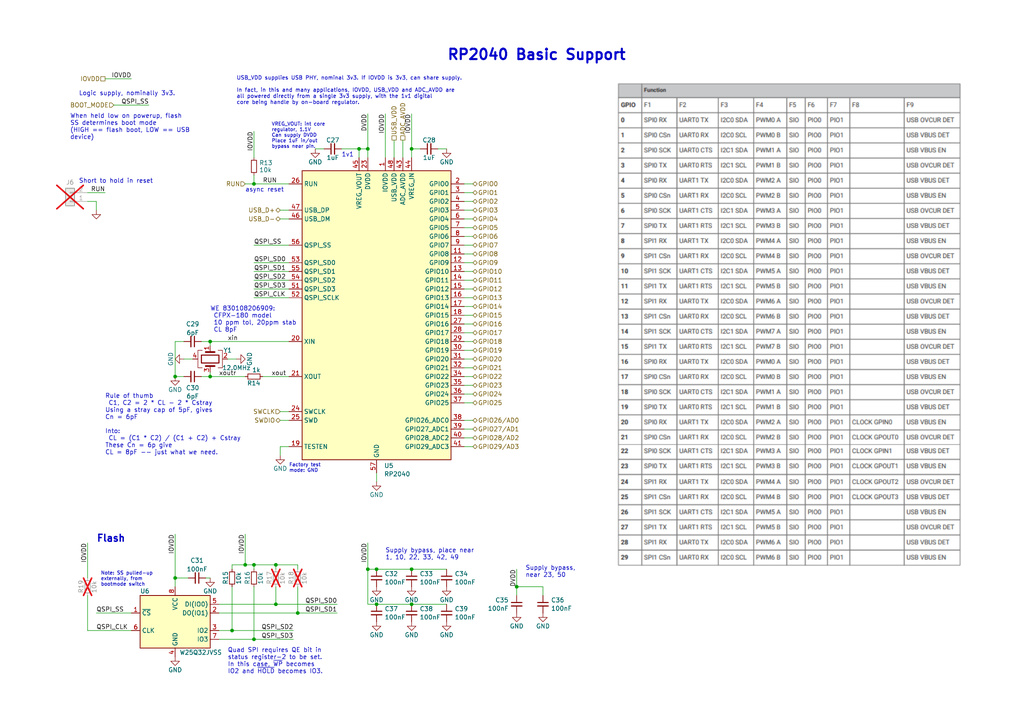
<source format=kicad_sch>
(kicad_sch (version 20250114) (generator "eeschema") (generator_version "9.0")
  (paper "A4")
  (title_block (title "Tiny Tapeout 4/5 Demo Board") (date "2025-04-07") (rev "1.2.2") (company "Psychogenic Technologies") (comment 1 "(C) 2025 Pat Deegan"))
  (lib_symbols
    (symbol "Connector_Generic:Conn_01x02" (pin_names (offset 1.016) (hide yes))
      (property "Reference" "J" (at 0 2.54 0))
      (property "Value" "Conn_01x02" (at 0 -5.08 0))
      (symbol "Conn_01x02_1_1"
        (rectangle (start -1.27 1.27) (end 1.27 -3.81) (stroke (width 0.254)) (fill (type background)))
        (rectangle (start -1.27 0.127) (end 0 -0.127) (stroke (width 0.1524)))
        (rectangle (start -1.27 -2.413) (end 0 -2.667) (stroke (width 0.1524)))
        (pin passive line (at -5.08 0 0) (length 3.81) (name "Pin_1") (number "1"))
        (pin passive line (at -5.08 -2.54 0) (length 3.81) (name "Pin_2") (number "2"))
      )
    )
    (symbol "Device:C_Small" (pin_numbers (hide yes)) (pin_names (offset 0.254) (hide yes))
      (property "Reference" "C" (at 0.254 1.778 0))
      (property "Value" "C_Small" (at 0.254 -2.032 0))
      (symbol "C_Small_0_1"
        (polyline (pts (xy -1.524 0.508) (xy 1.524 0.508)) (stroke (width 0.3048)))
        (polyline (pts (xy -1.524 -0.508) (xy 1.524 -0.508)) (stroke (width 0.3302)))
      )
      (symbol "C_Small_1_1"
        (pin passive line (at 0 2.54 270) (length 2.032) (name "~") (number "1"))
        (pin passive line (at 0 -2.54 90) (length 2.032) (name "~") (number "2"))
      )
    )
    (symbol "Device:Crystal_GND24" (pin_names (offset 1.016) (hide yes))
      (property "Reference" "Y" (at 3.175 5.08 0))
      (property "Value" "Crystal_GND24" (at 3.175 3.175 0))
      (symbol "Crystal_GND24_0_1"
        (polyline (pts (xy -2.54 2.286) (xy -2.54 3.556) (xy 2.54 3.556) (xy 2.54 2.286)))
        (polyline (pts (xy -2.54 0) (xy -2.032 0)))
        (polyline (pts (xy -2.54 -2.286) (xy -2.54 -3.556) (xy 2.54 -3.556) (xy 2.54 -2.286)))
        (polyline (pts (xy -2.032 -1.27) (xy -2.032 1.27)) (stroke (width 0.508)))
        (rectangle (start -1.143 2.54) (end 1.143 -2.54) (stroke (width 0.3048)))
        (polyline (pts (xy 0 3.556) (xy 0 3.81)))
        (polyline (pts (xy 0 -3.81) (xy 0 -3.556)))
        (polyline (pts (xy 2.032 0) (xy 2.54 0)))
        (polyline (pts (xy 2.032 -1.27) (xy 2.032 1.27)) (stroke (width 0.508)))
      )
      (symbol "Crystal_GND24_1_1"
        (pin passive line (at -3.81 0 0) (length 1.27) (name "1") (number "1"))
        (pin passive line (at 0 5.08 270) (length 1.27) (name "2") (number "2"))
        (pin passive line (at 0 -5.08 90) (length 1.27) (name "4") (number "4"))
        (pin passive line (at 3.81 0 180) (length 1.27) (name "3") (number "3"))
      )
    )
    (symbol "Device:R_Small" (pin_numbers (hide yes)) (pin_names (offset 0.254) (hide yes))
      (property "Reference" "R" (at 0.762 0.508 0))
      (property "Value" "R_Small" (at 0.762 -1.016 0))
      (symbol "R_Small_0_1"
        (rectangle (start -0.762 1.778) (end 0.762 -1.778) (stroke (width 0.2032)))
      )
      (symbol "R_Small_1_1"
        (pin passive line (at 0 2.54 270) (length 0.762) (name "~") (number "1"))
        (pin passive line (at 0 -2.54 90) (length 0.762) (name "~") (number "2"))
      )
    )
    (symbol "MCU_RaspberryPi:RP2040"
      (property "Reference" "U" (at 17.78 45.72 0))
      (property "Value" "RP2040" (at 17.78 43.18 0))
      (symbol "RP2040_0_1"
        (rectangle (start -21.59 41.91) (end 21.59 -41.91) (stroke (width 0.254)) (fill (type background)))
      )
      (symbol "RP2040_1_1"
        (pin input line (at -25.4 38.1 0) (length 3.81) (name "RUN") (number "26"))
        (pin bidirectional line (at -25.4 30.48 0) (length 3.81) (name "USB_DP") (number "47"))
        (pin bidirectional line (at -25.4 27.94 0) (length 3.81) (name "USB_DM") (number "46"))
        (pin bidirectional line (at -25.4 20.32 0) (length 3.81) (name "QSPI_SS") (number "56"))
        (pin bidirectional line (at -25.4 15.24 0) (length 3.81) (name "QSPI_SD0") (number "53"))
        (pin bidirectional line (at -25.4 12.7 0) (length 3.81) (name "QSPI_SD1") (number "55"))
        (pin bidirectional line (at -25.4 10.16 0) (length 3.81) (name "QSPI_SD2") (number "54"))
        (pin bidirectional line (at -25.4 7.62 0) (length 3.81) (name "QSPI_SD3") (number "51"))
        (pin output line (at -25.4 5.08 0) (length 3.81) (name "QSPI_SCLK") (number "52"))
        (pin input line (at -25.4 -7.62 0) (length 3.81) (name "XIN") (number "20"))
        (pin passive line (at -25.4 -17.78 0) (length 3.81) (name "XOUT") (number "21"))
        (pin input line (at -25.4 -27.94 0) (length 3.81) (name "SWCLK") (number "24"))
        (pin bidirectional line (at -25.4 -30.48 0) (length 3.81) (name "SWD") (number "25"))
        (pin input line (at -25.4 -38.1 0) (length 3.81) (name "TESTEN") (number "19"))
        (pin power_out line (at -5.08 45.72 270) (length 3.81) (name "VREG_VOUT") (number "45"))
        (pin power_in line (at -2.54 45.72 270) (length 3.81) (name "DVDD") (number "23"))
        (pin passive line (at -2.54 45.72 270) (length 3.81) (hide yes) (name "DVDD") (number "50"))
        (pin power_in line (at 0 -45.72 90) (length 3.81) (name "GND") (number "57"))
        (pin power_in line (at 2.54 45.72 270) (length 3.81) (name "IOVDD") (number "1"))
        (pin passive line (at 2.54 45.72 270) (length 3.81) (hide yes) (name "IOVDD") (number "10"))
        (pin passive line (at 2.54 45.72 270) (length 3.81) (hide yes) (name "IOVDD") (number "22"))
        (pin passive line (at 2.54 45.72 270) (length 3.81) (hide yes) (name "IOVDD") (number "33"))
        (pin passive line (at 2.54 45.72 270) (length 3.81) (hide yes) (name "IOVDD") (number "42"))
        (pin passive line (at 2.54 45.72 270) (length 3.81) (hide yes) (name "IOVDD") (number "49"))
        (pin power_in line (at 5.08 45.72 270) (length 3.81) (name "USB_VDD") (number "48"))
        (pin power_in line (at 7.62 45.72 270) (length 3.81) (name "ADC_AVDD") (number "43"))
        (pin power_in line (at 10.16 45.72 270) (length 3.81) (name "VREG_IN") (number "44"))
        (pin bidirectional line (at 25.4 38.1 180) (length 3.81) (name "GPIO0") (number "2"))
        (pin bidirectional line (at 25.4 35.56 180) (length 3.81) (name "GPIO1") (number "3"))
        (pin bidirectional line (at 25.4 33.02 180) (length 3.81) (name "GPIO2") (number "4"))
        (pin bidirectional line (at 25.4 30.48 180) (length 3.81) (name "GPIO3") (number "5"))
        (pin bidirectional line (at 25.4 27.94 180) (length 3.81) (name "GPIO4") (number "6"))
        (pin bidirectional line (at 25.4 25.4 180) (length 3.81) (name "GPIO5") (number "7"))
        (pin bidirectional line (at 25.4 22.86 180) (length 3.81) (name "GPIO6") (number "8"))
        (pin bidirectional line (at 25.4 20.32 180) (length 3.81) (name "GPIO7") (number "9"))
        (pin bidirectional line (at 25.4 17.78 180) (length 3.81) (name "GPIO8") (number "11"))
        (pin bidirectional line (at 25.4 15.24 180) (length 3.81) (name "GPIO9") (number "12"))
        (pin bidirectional line (at 25.4 12.7 180) (length 3.81) (name "GPIO10") (number "13"))
        (pin bidirectional line (at 25.4 10.16 180) (length 3.81) (name "GPIO11") (number "14"))
        (pin bidirectional line (at 25.4 7.62 180) (length 3.81) (name "GPIO12") (number "15"))
        (pin bidirectional line (at 25.4 5.08 180) (length 3.81) (name "GPIO13") (number "16"))
        (pin bidirectional line (at 25.4 2.54 180) (length 3.81) (name "GPIO14") (number "17"))
        (pin bidirectional line (at 25.4 0 180) (length 3.81) (name "GPIO15") (number "18"))
        (pin bidirectional line (at 25.4 -2.54 180) (length 3.81) (name "GPIO16") (number "27"))
        (pin bidirectional line (at 25.4 -5.08 180) (length 3.81) (name "GPIO17") (number "28"))
        (pin bidirectional line (at 25.4 -7.62 180) (length 3.81) (name "GPIO18") (number "29"))
        (pin bidirectional line (at 25.4 -10.16 180) (length 3.81) (name "GPIO19") (number "30"))
        (pin bidirectional line (at 25.4 -12.7 180) (length 3.81) (name "GPIO20") (number "31"))
        (pin bidirectional line (at 25.4 -15.24 180) (length 3.81) (name "GPIO21") (number "32"))
        (pin bidirectional line (at 25.4 -17.78 180) (length 3.81) (name "GPIO22") (number "34"))
        (pin bidirectional line (at 25.4 -20.32 180) (length 3.81) (name "GPIO23") (number "35"))
        (pin bidirectional line (at 25.4 -22.86 180) (length 3.81) (name "GPIO24") (number "36"))
        (pin bidirectional line (at 25.4 -25.4 180) (length 3.81) (name "GPIO25") (number "37"))
        (pin bidirectional line (at 25.4 -30.48 180) (length 3.81) (name "GPIO26_ADC0") (number "38"))
        (pin bidirectional line (at 25.4 -33.02 180) (length 3.81) (name "GPIO27_ADC1") (number "39"))
        (pin bidirectional line (at 25.4 -35.56 180) (length 3.81) (name "GPIO28_ADC2") (number "40"))
        (pin bidirectional line (at 25.4 -38.1 180) (length 3.81) (name "GPIO29_ADC3") (number "41"))
      )
    )
    (symbol "Memory_Flash:W25Q32JVSS"
      (property "Reference" "U" (at -8.89 8.89 0))
      (property "Value" "W25Q32JVSS" (at 7.62 8.89 0))
      (symbol "W25Q32JVSS_0_1"
        (rectangle (start -10.16 7.62) (end 10.16 -7.62) (stroke (width 0.254)) (fill (type background)))
      )
      (symbol "W25Q32JVSS_1_1"
        (pin input line (at -12.7 2.54 0) (length 2.54) (name "~{CS}") (number "1"))
        (pin input line (at -12.7 -2.54 0) (length 2.54) (name "CLK") (number "6"))
        (pin power_in line (at 0 10.16 270) (length 2.54) (name "VCC") (number "8"))
        (pin power_in line (at 0 -10.16 90) (length 2.54) (name "GND") (number "4"))
        (pin bidirectional line (at 12.7 5.08 180) (length 2.54) (name "DI(IO0)") (number "5"))
        (pin bidirectional line (at 12.7 2.54 180) (length 2.54) (name "DO(IO1)") (number "2"))
        (pin bidirectional line (at 12.7 -2.54 180) (length 2.54) (name "IO2") (number "3"))
        (pin bidirectional line (at 12.7 -5.08 180) (length 2.54) (name "IO3") (number "7"))
      )
    )
    (symbol "power:GND" (power) (pin_names (offset 0))
      (property "Value" "GND" (at 0 -3.81 0))
      (symbol "GND_0_1"
        (polyline (pts (xy 0 0) (xy 0 -1.27) (xy 1.27 -1.27) (xy 0 -2.54) (xy -1.27 -1.27) (xy 0 -1.27)))
      )
      (symbol "GND_1_1"
        (pin power_in line (at 0 0 270) (length 0) (hide yes) (name "GND") (number "1"))
      )
    )
  )
  (text "async reset" (at 71.12 55.88 0) (effects (font (size 1.27 1.27)) (justify left bottom)))
  (text "RP2040 Basic Support" (at 129.54 17.78 0) (effects (font (size 3 3) (thickness 0.6) (bold yes)) (justify left bottom)))
  (text "Flash" (at 27.94 157.48 0) (effects (font (size 2 2) (thickness 0.4) (bold yes)) (justify left bottom)))
  (text "Short to hold in reset" (at 22.86 53.34 0) (effects (font (size 1.27 1.27)) (justify left bottom)))
  (text "VREG_VOUT: int core\nregulator, 1.1V\nCan supply DVDD\nPlace 1uF in/out \nbypass near pin." (at 78.74 43.18 0) (effects (font (size 1 1)) (justify left bottom)))
  (text "When held low on powerup, flash\nSS determines boot mode \n(HIGH == flash boot, LOW == USB \ndevice)" (at 20.32 40.64 0) (effects (font (size 1.27 1.27)) (justify left bottom)))
  (text "WE 830108206909:\n CFPX-180 model\n 10 ppm tol, 20ppm stab\n CL 8pF" (at 60.96 96.52 0) (effects (font (size 1.27 1.27)) (justify left bottom)))
  (text "1v1" (at 99.06 45.72 0) (effects (font (size 1.27 1.27)) (justify left bottom)))
  (text "USB_VDD supplies USB PHY, nominal 3v3. If IOVDD is 3v3, can share supply.\n\nIn fact, in this and many applications, IOVDD, USB_VDD and ADC_AVDD are\nall powered directly from a single 3v3 supply, with the 1v1 digital \ncore being handle by on-board regulator." (at 68.58 30.48 0) (effects (font (size 1.1 1.1)) (justify left bottom)))
  (text "Supply bypass, place near\n1, 10, 22, 33, 42, 49" (at 111.76 162.56 0) (effects (font (size 1.27 1.27)) (justify left bottom)))
  (text "Quad SPI requires QE bit in \nstatus register-2 to be set.\nIn this case, ~{WP} becomes \nIO2 and ~{HOLD} becomes IO3." (at 66.04 195.58 0) (effects (font (size 1.27 1.27)) (justify left bottom)))
  (text "Factory test\nmode: GND" (at 83.82 137.16 0) (effects (font (size 1 1)) (justify left bottom)))
  (text "Rule of thumb\n C1, C2 = 2 * CL - 2 * Cstray\nUsing a stray cap of 5pF, gives\nCn = 6pF\n\nInto:\n CL = (C1 * C2) / (C1 + C2) + Cstray\nThese Cn = 6p give\nCL = 8pF -- just what we need." (at 30.48 132.08 0) (effects (font (size 1.27 1.27)) (justify left bottom)))
  (text "Logic supply, nominally 3v3." (at 22.86 27.94 0) (effects (font (size 1.27 1.27)) (justify left bottom)))
  (text "Supply bypass,\nnear 23, 50" (at 152.4 167.64 0) (effects (font (size 1.27 1.27)) (justify left bottom)))
  (text "Note: SS pulled-up\nexternally, from \nbootmode switch" (at 29.21 170.18 0) (effects (font (size 1 1)) (justify left bottom)))
  (junction (at 73.66 185.42))
  (junction (at 106.68 43.18))
  (junction (at 67.31 182.88))
  (junction (at 149.86 170.18))
  (junction (at 80.01 175.26))
  (junction (at 119.38 175.26))
  (junction (at 119.38 43.18))
  (junction (at 119.38 165.1))
  (junction (at 60.96 109.22))
  (junction (at 104.14 43.18))
  (junction (at 60.96 99.06))
  (junction (at 50.8 167.64))
  (junction (at 106.68 165.1))
  (junction (at 73.66 53.34))
  (junction (at 80.01 163.83))
  (junction (at 73.66 163.83))
  (junction (at 109.22 165.1))
  (junction (at 109.22 175.26))
  (junction (at 86.36 177.8))
  (junction (at 71.12 163.83))
  (junction (at 50.8 109.22))
  (wire (pts (xy 81.28 119.38) (xy 83.82 119.38)))
  (wire (pts (xy 73.66 86.36) (xy 83.82 86.36)))
  (wire (pts (xy 33.02 30.48) (xy 43.18 30.48)))
  (wire (pts (xy 58.42 109.22) (xy 60.96 109.22)))
  (wire (pts (xy 111.76 33.02) (xy 111.76 45.72)))
  (wire (pts (xy 30.48 22.86) (xy 38.1 22.86)))
  (wire (pts (xy 137.16 116.84) (xy 134.62 116.84)))
  (wire (pts (xy 60.96 99.06) (xy 83.82 99.06)))
  (wire (pts (xy 50.8 167.64) (xy 50.8 170.18)))
  (wire (pts (xy 73.66 78.74) (xy 83.82 78.74)))
  (wire (pts (xy 25.4 55.88) (xy 30.48 55.88)))
  (wire (pts (xy 83.82 109.22) (xy 76.2 109.22)))
  (wire (pts (xy 149.86 170.18) (xy 149.86 172.72)))
  (wire (pts (xy 137.16 96.52) (xy 134.62 96.52)))
  (wire (pts (xy 137.16 81.28) (xy 134.62 81.28)))
  (wire (pts (xy 137.16 99.06) (xy 134.62 99.06)))
  (wire (pts (xy 53.34 104.14) (xy 55.88 104.14)))
  (wire (pts (xy 104.14 43.18) (xy 106.68 43.18)))
  (wire (pts (xy 60.96 100.33) (xy 60.96 99.06)))
  (wire (pts (xy 50.8 99.06) (xy 50.8 109.22)))
  (wire (pts (xy 119.38 43.18) (xy 121.92 43.18)))
  (wire (pts (xy 73.66 81.28) (xy 83.82 81.28)))
  (wire (pts (xy 137.16 104.14) (xy 134.62 104.14)))
  (wire (pts (xy 83.82 129.54) (xy 81.28 129.54)))
  (wire (pts (xy 80.01 170.18) (xy 80.01 175.26)))
  (wire (pts (xy 25.4 172.72) (xy 25.4 182.88)))
  (wire (pts (xy 53.34 99.06) (xy 50.8 99.06)))
  (wire (pts (xy 106.68 157.48) (xy 106.68 165.1)))
  (wire (pts (xy 80.01 163.83) (xy 86.36 163.83)))
  (wire (pts (xy 137.16 127) (xy 134.62 127)))
  (wire (pts (xy 137.16 63.5) (xy 134.62 63.5)))
  (wire (pts (xy 59.69 167.64) (xy 60.96 167.64)))
  (wire (pts (xy 119.38 175.26) (xy 129.54 175.26)))
  (wire (pts (xy 86.36 163.83) (xy 86.36 165.1)))
  (wire (pts (xy 137.16 129.54) (xy 134.62 129.54)))
  (wire (pts (xy 73.66 71.12) (xy 83.82 71.12)))
  (wire (pts (xy 63.5 182.88) (xy 67.31 182.88)))
  (wire (pts (xy 73.66 163.83) (xy 73.66 165.1)))
  (wire (pts (xy 137.16 66.04) (xy 134.62 66.04)))
  (wire (pts (xy 137.16 91.44) (xy 134.62 91.44)))
  (wire (pts (xy 149.86 170.18) (xy 157.48 170.18)))
  (wire (pts (xy 137.16 73.66) (xy 134.62 73.66)))
  (wire (pts (xy 137.16 93.98) (xy 134.62 93.98)))
  (wire (pts (xy 116.84 40.64) (xy 116.84 45.72)))
  (wire (pts (xy 80.01 163.83) (xy 80.01 165.1)))
  (wire (pts (xy 106.68 175.26) (xy 109.22 175.26)))
  (wire (pts (xy 104.14 43.18) (xy 99.06 43.18)))
  (wire (pts (xy 80.01 175.26) (xy 97.79 175.26)))
  (wire (pts (xy 73.66 76.2) (xy 83.82 76.2)))
  (wire (pts (xy 63.5 185.42) (xy 73.66 185.42)))
  (wire (pts (xy 67.31 182.88) (xy 67.31 170.18)))
  (wire (pts (xy 71.12 53.34) (xy 73.66 53.34)))
  (wire (pts (xy 73.66 163.83) (xy 80.01 163.83)))
  (wire (pts (xy 137.16 109.22) (xy 134.62 109.22)))
  (wire (pts (xy 81.28 63.5) (xy 83.82 63.5)))
  (wire (pts (xy 25.4 182.88) (xy 38.1 182.88)))
  (wire (pts (xy 119.38 33.02) (xy 119.38 43.18)))
  (wire (pts (xy 73.66 50.8) (xy 73.66 53.34)))
  (wire (pts (xy 25.4 58.42) (xy 27.94 58.42)))
  (wire (pts (xy 81.28 121.92) (xy 83.82 121.92)))
  (wire (pts (xy 71.12 154.94) (xy 71.12 163.83)))
  (wire (pts (xy 137.16 71.12) (xy 134.62 71.12)))
  (wire (pts (xy 137.16 55.88) (xy 134.62 55.88)))
  (wire (pts (xy 137.16 83.82) (xy 134.62 83.82)))
  (wire (pts (xy 104.14 45.72) (xy 104.14 43.18)))
  (wire (pts (xy 137.16 60.96) (xy 134.62 60.96)))
  (wire (pts (xy 27.94 177.8) (xy 38.1 177.8)))
  (wire (pts (xy 106.68 43.18) (xy 106.68 45.72)))
  (wire (pts (xy 106.68 33.02) (xy 106.68 43.18)))
  (wire (pts (xy 86.36 177.8) (xy 97.79 177.8)))
  (wire (pts (xy 73.66 83.82) (xy 83.82 83.82)))
  (wire (pts (xy 109.22 175.26) (xy 119.38 175.26)))
  (wire (pts (xy 86.36 170.18) (xy 86.36 177.8)))
  (wire (pts (xy 137.16 124.46) (xy 134.62 124.46)))
  (wire (pts (xy 58.42 99.06) (xy 60.96 99.06)))
  (wire (pts (xy 73.66 38.1) (xy 73.66 45.72)))
  (wire (pts (xy 27.94 58.42) (xy 27.94 60.96)))
  (wire (pts (xy 137.16 78.74) (xy 134.62 78.74)))
  (wire (pts (xy 50.8 167.64) (xy 54.61 167.64)))
  (wire (pts (xy 67.31 165.1) (xy 67.31 163.83)))
  (wire (pts (xy 137.16 53.34) (xy 134.62 53.34)))
  (wire (pts (xy 50.8 109.22) (xy 53.34 109.22)))
  (wire (pts (xy 73.66 53.34) (xy 83.82 53.34)))
  (wire (pts (xy 109.22 165.1) (xy 119.38 165.1)))
  (wire (pts (xy 67.31 163.83) (xy 71.12 163.83)))
  (wire (pts (xy 157.48 170.18) (xy 157.48 172.72)))
  (wire (pts (xy 137.16 88.9) (xy 134.62 88.9)))
  (wire (pts (xy 71.12 163.83) (xy 73.66 163.83)))
  (wire (pts (xy 63.5 175.26) (xy 80.01 175.26)))
  (wire (pts (xy 137.16 121.92) (xy 134.62 121.92)))
  (wire (pts (xy 137.16 111.76) (xy 134.62 111.76)))
  (wire (pts (xy 81.28 129.54) (xy 81.28 132.08)))
  (wire (pts (xy 73.66 185.42) (xy 85.09 185.42)))
  (wire (pts (xy 119.38 43.18) (xy 119.38 45.72)))
  (wire (pts (xy 137.16 68.58) (xy 134.62 68.58)))
  (wire (pts (xy 114.3 40.64) (xy 114.3 45.72)))
  (wire (pts (xy 119.38 165.1) (xy 129.54 165.1)))
  (wire (pts (xy 63.5 177.8) (xy 86.36 177.8)))
  (wire (pts (xy 25.4 157.48) (xy 25.4 167.64)))
  (wire (pts (xy 67.31 182.88) (xy 85.09 182.88)))
  (wire (pts (xy 91.44 43.18) (xy 93.98 43.18)))
  (wire (pts (xy 127 43.18) (xy 129.54 43.18)))
  (wire (pts (xy 137.16 58.42) (xy 134.62 58.42)))
  (wire (pts (xy 106.68 165.1) (xy 106.68 175.26)))
  (wire (pts (xy 50.8 154.94) (xy 50.8 167.64)))
  (wire (pts (xy 71.12 109.22) (xy 60.96 109.22)))
  (wire (pts (xy 106.68 165.1) (xy 109.22 165.1)))
  (wire (pts (xy 109.22 137.16) (xy 109.22 139.7)))
  (wire (pts (xy 149.86 165.1) (xy 149.86 170.18)))
  (wire (pts (xy 137.16 86.36) (xy 134.62 86.36)))
  (wire (pts (xy 137.16 76.2) (xy 134.62 76.2)))
  (wire (pts (xy 137.16 114.3) (xy 134.62 114.3)))
  (wire (pts (xy 137.16 106.68) (xy 134.62 106.68)))
  (wire (pts (xy 73.66 170.18) (xy 73.66 185.42)))
  (wire (pts (xy 66.04 104.14) (xy 68.58 104.14)))
  (wire (pts (xy 81.28 60.96) (xy 83.82 60.96)))
  (wire (pts (xy 60.96 109.22) (xy 60.96 107.95)))
  (wire (pts (xy 137.16 101.6) (xy 134.62 101.6)))
  (image (at 228.6 93.98) (scale 0.556668))
  (label "QSPI_SD2" (at 85.09 182.88 180))
  (label "xout" (at 78.74 109.22 0))
  (label "xoutr" (at 63.5 109.22 0))
  (label "QSPI_SD1" (at 97.79 177.8 180))
  (label "RUN" (at 30.48 55.88 180))
  (label "RUN" (at 76.2 53.34 0))
  (label "DVDD" (at 106.68 33.02 270))
  (label "DVDD" (at 149.86 165.1 270))
  (label "IOVDD" (at 73.66 38.1 270))
  (label "QSPI_CLK" (at 27.94 182.88 0))
  (label "IOVDD" (at 119.38 33.02 270))
  (label "QSPI_SD1" (at 73.66 78.74 0))
  (label "QSPI_SD0" (at 73.66 76.2 0))
  (label "IOVDD" (at 38.1 22.86 180))
  (label "QSPI_SD0" (at 97.79 175.26 180))
  (label "QSPI_SD3" (at 73.66 83.82 0))
  (label "QSPI_SD2" (at 73.66 81.28 0))
  (label "IOVDD" (at 106.68 157.48 270))
  (label "QSPI_SS" (at 43.18 30.48 180))
  (label "QSPI_CLK" (at 73.66 86.36 0))
  (label "IOVDD" (at 71.12 154.94 270))
  (label "QSPI_SS" (at 27.94 177.8 0))
  (label "QSPI_SS" (at 73.66 71.12 0))
  (label "IOVDD" (at 111.76 33.02 270))
  (label "IOVDD" (at 25.4 157.48 270))
  (label "xin" (at 66.04 99.06 0))
  (label "IOVDD" (at 50.8 154.94 270))
  (label "QSPI_SD3" (at 85.09 185.42 180))
  (hierarchical_label "GPIO26{slash}AD0" (shape bidirectional) (at 137.16 121.92 0))
  (hierarchical_label "GPIO0" (shape bidirectional) (at 137.16 53.34 0))
  (hierarchical_label "GPIO4" (shape bidirectional) (at 137.16 63.5 0))
  (hierarchical_label "GPIO25" (shape bidirectional) (at 137.16 116.84 0))
  (hierarchical_label "BOOT_MODE" (shape input) (at 33.02 30.48 180))
  (hierarchical_label "GPIO15" (shape bidirectional) (at 137.16 91.44 0))
  (hierarchical_label "ADC_AVDD" (shape passive) (at 116.84 40.64 90))
  (hierarchical_label "GPIO10" (shape bidirectional) (at 137.16 78.74 0))
  (hierarchical_label "GPIO13" (shape bidirectional) (at 137.16 86.36 0))
  (hierarchical_label "GPIO14" (shape bidirectional) (at 137.16 88.9 0))
  (hierarchical_label "GPIO18" (shape bidirectional) (at 137.16 99.06 0))
  (hierarchical_label "GPIO24" (shape bidirectional) (at 137.16 114.3 0))
  (hierarchical_label "SWDIO" (shape bidirectional) (at 81.28 121.92 180))
  (hierarchical_label "USB_D+" (shape bidirectional) (at 81.28 60.96 180))
  (hierarchical_label "GPIO16" (shape bidirectional) (at 137.16 93.98 0))
  (hierarchical_label "SWCLK" (shape input) (at 81.28 119.38 180))
  (hierarchical_label "GPIO27{slash}AD1" (shape bidirectional) (at 137.16 124.46 0))
  (hierarchical_label "GPIO5" (shape bidirectional) (at 137.16 66.04 0))
  (hierarchical_label "GPIO28{slash}AD2" (shape bidirectional) (at 137.16 127 0))
  (hierarchical_label "USB_D-" (shape bidirectional) (at 81.28 63.5 180))
  (hierarchical_label "USB_VDD" (shape passive) (at 114.3 40.64 90))
  (hierarchical_label "GPIO6" (shape bidirectional) (at 137.16 68.58 0))
  (hierarchical_label "GPIO22" (shape bidirectional) (at 137.16 109.22 0))
  (hierarchical_label "GPIO2" (shape bidirectional) (at 137.16 58.42 0))
  (hierarchical_label "GPIO21" (shape bidirectional) (at 137.16 106.68 0))
  (hierarchical_label "GPIO29{slash}AD3" (shape bidirectional) (at 137.16 129.54 0))
  (hierarchical_label "GPIO20" (shape bidirectional) (at 137.16 104.14 0))
  (hierarchical_label "GPIO19" (shape bidirectional) (at 137.16 101.6 0))
  (hierarchical_label "IOVDD" (shape passive) (at 30.48 22.86 180))
  (hierarchical_label "GPIO23" (shape bidirectional) (at 137.16 111.76 0))
  (hierarchical_label "GPIO8" (shape bidirectional) (at 137.16 73.66 0))
  (hierarchical_label "GPIO17" (shape bidirectional) (at 137.16 96.52 0))
  (hierarchical_label "RUN" (shape input) (at 71.12 53.34 180))
  (hierarchical_label "GPIO11" (shape bidirectional) (at 137.16 81.28 0))
  (hierarchical_label "GPIO9" (shape bidirectional) (at 137.16 76.2 0))
  (hierarchical_label "GPIO1" (shape bidirectional) (at 137.16 55.88 0))
  (hierarchical_label "GPIO7" (shape bidirectional) (at 137.16 71.12 0))
  (hierarchical_label "GPIO12" (shape bidirectional) (at 137.16 83.82 0))
  (hierarchical_label "GPIO3" (shape bidirectional) (at 137.16 60.96 0))
  (symbol (lib_id "power:GND") (at 149.86 177.8 0) (mirror y) (unit 1)
    (property "Reference" "#PWR071" (effects (hide yes)))
    (property "Value" "GND" (at 149.86 181.61 0))
  )
  (symbol (lib_id "power:GND") (at 60.96 167.64 0) (mirror y) (unit 1)
    (property "Reference" "#PWR067" (effects (hide yes)))
    (property "Value" "GND" (at 60.96 171.45 0))
  )
  (symbol (lib_id "Device:C_Small") (at 55.88 109.22 270) (unit 1)
    (property "Reference" "C30" (at 55.8736 112.5022 90))
    (property "Value" "6pF" (at 55.8736 114.9264 90))
    (property "Footprint" "Capacitor_SMD:C_0402_1005Metric" (effects (hide yes)))
    (property "MPN" "CC0402BRNPO9BN6R0" (effects (hide yes)))
    (property "Characteristics" "6pF 10% 50V XR 0402" (effects (hide yes)))
    (property "MPN_ALT" "0402N6R0D500CT" (effects (hide yes)))
    (property "LCSC" "C541341" (effects (hide yes)))
  )
  (symbol (lib_id "power:GND") (at 109.22 170.18 0) (mirror y) (unit 1)
    (property "Reference" "#PWR068" (effects (hide yes)))
    (property "Value" "GND" (at 109.22 173.99 0))
  )
  (symbol (lib_id "Device:R_Small") (at 80.01 167.64 0) (mirror y) (unit 1) (dnp yes)
    (property "Reference" "R17" (at 78.105 169.545 90) (effects (justify left)))
    (property "Value" "10k" (at 81.915 169.545 90) (effects (justify left)))
    (property "Footprint" "Resistor_SMD:R_0402_1005Metric" (effects (hide yes)))
    (property "MPN" "RC0402FR-0710KL" (effects (hide yes)))
    (property "Characteristics" "10k 0402" (effects (hide yes)))
    (property "MPN_ALT" "WR04X1002FTL" (effects (hide yes)))
    (property "LCSC" "C471764" (effects (hide yes)))
  )
  (symbol (lib_id "Device:C_Small") (at 119.38 177.8 0) (unit 1)
    (property "Reference" "C38" (at 121.7041 176.5942 0) (effects (justify left)))
    (property "Value" "100nF" (at 121.7041 179.0184 0) (effects (justify left)))
    (property "Footprint" "Capacitor_SMD:C_0402_1005Metric" (effects (hide yes)))
    (property "MPN" "CL05A104KA5NNNC" (effects (hide yes)))
    (property "Characteristics" "100n 10% 25V XR 0402" (effects (hide yes)))
    (property "MPN_ALT" "GRM155R71E104KE14J" (effects (hide yes)))
    (property "LCSC" "C100072" (effects (hide yes)))
  )
  (symbol (lib_id "MCU_RaspberryPi:RP2040") (at 109.22 91.44 0) (unit 1)
    (property "Reference" "U5" (at 111.4141 135.0701 0) (effects (justify left)))
    (property "Value" "RP2040" (at 111.4141 137.4943 0) (effects (justify left)))
    (property "Footprint" "Package_DFN_QFN:QFN-56-1EP_7x7mm_P0.4mm_EP3.2x3.2mm" (effects (hide yes)))
    (property "Datasheet" "https://datasheets.raspberrypi.com/rp2040/rp2040-datasheet.pdf" (effects (hide yes)))
    (property "DigikeyPN" "2648-SC0914(13)CT-ND" (effects (hide yes)))
    (property "MPN" "SC0914(13)" (effects (hide yes)))
    (property "LCSC" "C2040" (effects (hide yes)))
  )
  (symbol (lib_id "Device:C_Small") (at 119.38 167.64 0) (unit 1)
    (property "Reference" "C33" (at 121.7041 166.4342 0) (effects (justify left)))
    (property "Value" "100nF" (at 121.7041 168.8584 0) (effects (justify left)))
    (property "Footprint" "Capacitor_SMD:C_0402_1005Metric" (effects (hide yes)))
    (property "MPN" "CL05A104KA5NNNC" (effects (hide yes)))
    (property "Characteristics" "100n 10% 25V XR 0402" (effects (hide yes)))
    (property "MPN_ALT" "GRM155R71E104KE14J" (effects (hide yes)))
    (property "LCSC" "C100072" (effects (hide yes)))
  )
  (symbol (lib_id "power:GND") (at 27.94 60.96 0) (mirror y) (unit 1)
    (property "Reference" "#PWR061" (effects (hide yes)))
    (property "Value" "GND" (effects (hide yes)))
  )
  (symbol (lib_id "power:GND") (at 157.48 177.8 0) (mirror y) (unit 1)
    (property "Reference" "#PWR072" (effects (hide yes)))
    (property "Value" "GND" (at 157.48 181.61 0))
  )
  (symbol (lib_id "Device:C_Small") (at 129.54 177.8 0) (unit 1)
    (property "Reference" "C39" (at 131.8641 176.5942 0) (effects (justify left)))
    (property "Value" "100nF" (at 131.8641 179.0184 0) (effects (justify left)))
    (property "Footprint" "Capacitor_SMD:C_0402_1005Metric" (effects (hide yes)))
    (property "MPN" "CL05A104KA5NNNC" (effects (hide yes)))
    (property "Characteristics" "100n 10% 25V XR 0402" (effects (hide yes)))
    (property "MPN_ALT" "GRM155R71E104KE14J" (effects (hide yes)))
    (property "LCSC" "C100072" (effects (hide yes)))
  )
  (symbol (lib_id "power:GND") (at 129.54 43.18 0) (mirror y) (unit 1)
    (property "Reference" "#PWR060" (effects (hide yes)))
    (property "Value" "GND" (at 129.54 46.99 0))
  )
  (symbol (lib_id "Device:C_Small") (at 157.48 175.26 0) (unit 1)
    (property "Reference" "C36" (at 159.8041 174.0542 0) (effects (justify left)))
    (property "Value" "100nF" (at 159.8041 176.4784 0) (effects (justify left)))
    (property "Footprint" "Capacitor_SMD:C_0402_1005Metric" (effects (hide yes)))
    (property "MPN" "CL05A104KA5NNNC" (effects (hide yes)))
    (property "Characteristics" "100n 10% 25V XR 0402" (effects (hide yes)))
    (property "MPN_ALT" "GRM155R71E104KE14J" (effects (hide yes)))
    (property "LCSC" "C100072" (effects (hide yes)))
  )
  (symbol (lib_id "Device:R_Small") (at 73.66 109.22 90) (mirror x) (unit 1)
    (property "Reference" "R14" (at 75.565 111.125 90) (effects (justify left)))
    (property "Value" "1k" (at 75.565 107.315 90) (effects (justify left)))
    (property "Footprint" "Resistor_SMD:R_0402_1005Metric" (effects (hide yes)))
    (property "MPN" "CR0402-FX-1001GLF" (effects (hide yes)))
    (property "MPN_ALT" "WR04X1001FTL" (effects (hide yes)))
    (property "Characteristics" "1k 0402" (effects (hide yes)))
    (property "LCSC" "C202394" (effects (hide yes)))
  )
  (symbol (lib_id "Device:R_Small") (at 25.4 170.18 0) (mirror y) (unit 1) (dnp yes)
    (property "Reference" "R19" (at 23.495 172.085 90) (effects (justify left)))
    (property "Value" "10k" (at 27.305 172.085 90) (effects (justify left)))
    (property "Footprint" "Resistor_SMD:R_0402_1005Metric" (effects (hide yes)))
    (property "MPN" "RC0402FR-0710KL" (effects (hide yes)))
    (property "Characteristics" "10k 0402" (effects (hide yes)))
    (property "MPN_ALT" "WR04X1002FTL" (effects (hide yes)))
    (property "LCSC" "C471764" (effects (hide yes)))
  )
  (symbol (lib_id "power:GND") (at 50.8 109.22 0) (mirror y) (unit 1)
    (property "Reference" "#PWR064" (effects (hide yes)))
    (property "Value" "GND" (at 50.8 113.03 0))
  )
  (symbol (lib_id "power:GND") (at 119.38 180.34 0) (mirror y) (unit 1)
    (property "Reference" "#PWR074" (effects (hide yes)))
    (property "Value" "GND" (at 119.38 184.15 0))
  )
  (symbol (lib_id "power:GND") (at 53.34 104.14 270) (mirror x) (unit 1)
    (property "Reference" "#PWR062" (effects (hide yes)))
    (property "Value" "GND" (at 49.53 104.14 0))
  )
  (symbol (lib_id "Device:R_Small") (at 73.66 48.26 0) (mirror y) (unit 1)
    (property "Reference" "R13" (at 75.1586 47.236 0) (effects (justify right)))
    (property "Value" "10k" (at 75.1586 49.284 0) (effects (justify right)))
    (property "Footprint" "Resistor_SMD:R_0402_1005Metric" (effects (hide yes)))
    (property "MPN" "RC0402FR-0710KL" (effects (hide yes)))
    (property "Characteristics" "10k 0402" (effects (hide yes)))
    (property "MPN_ALT" "WR04X1002FTL" (effects (hide yes)))
    (property "LCSC" "C471764" (effects (hide yes)))
  )
  (symbol (lib_id "Device:C_Small") (at 129.54 167.64 0) (unit 1)
    (property "Reference" "C34" (at 131.8641 166.4342 0) (effects (justify left)))
    (property "Value" "100nF" (at 131.8641 168.8584 0) (effects (justify left)))
    (property "Footprint" "Capacitor_SMD:C_0402_1005Metric" (effects (hide yes)))
    (property "MPN" "CL05A104KA5NNNC" (effects (hide yes)))
    (property "Characteristics" "100n 10% 25V XR 0402" (effects (hide yes)))
    (property "MPN_ALT" "GRM155R71E104KE14J" (effects (hide yes)))
    (property "LCSC" "C100072" (effects (hide yes)))
  )
  (symbol (lib_id "power:GND") (at 91.44 43.18 0) (mirror y) (unit 1)
    (property "Reference" "#PWR059" (effects (hide yes)))
    (property "Value" "GND" (at 91.44 46.99 0))
  )
  (symbol (lib_id "Device:C_Small") (at 109.22 167.64 0) (unit 1)
    (property "Reference" "C32" (at 111.5441 166.4342 0) (effects (justify left)))
    (property "Value" "100nF" (at 111.5441 168.8584 0) (effects (justify left)))
    (property "Footprint" "Capacitor_SMD:C_0402_1005Metric" (effects (hide yes)))
    (property "MPN" "CL05A104KA5NNNC" (effects (hide yes)))
    (property "Characteristics" "100n 10% 25V XR 0402" (effects (hide yes)))
    (property "MPN_ALT" "GRM155R71E104KE14J" (effects (hide yes)))
    (property "LCSC" "C100072" (effects (hide yes)))
  )
  (symbol (lib_id "Device:Crystal_GND24") (at 60.96 104.14 270) (unit 1)
    (property "Reference" "Y1" (at 66.04 101.6 90))
    (property "Value" "12.0MHz" (at 68.58 106.68 90))
    (property "Footprint" "Crystal:Crystal_SMD_3225-4Pin_3.2x2.5mm" (effects (hide yes)))
    (property "Datasheet" "https://www.we-online.com/components/products/datasheet/830108206909.pdf" (effects (hide yes)))
    (property "Description" "12 MHz ±10ppm Crystal 8pF 120 Ohms 4-SMD, No Lead" (effects (hide yes)))
    (property "MPN" "830108206909" (effects (hide yes)))
    (property "DigikeyPN" "1923-830108206909DKR-ND" (effects (hide yes)))
    (property "MPN_ALT" "ABM8W-12.0000MHZ-8-D1X-T3" (effects (hide yes)))
    (property "LCSC" "C5288803" (effects (hide yes)))
  )
  (symbol (lib_id "Device:C_Small") (at 96.52 43.18 90) (unit 1)
    (property "Reference" "C27" (at 96.52 40.64 90))
    (property "Value" "1uF" (at 96.52 45.72 90))
    (property "Footprint" "Capacitor_SMD:C_0603_1608Metric" (effects (hide yes)))
    (property "MPN" "CL10A105KA8NNNC" (effects (hide yes)))
    (property "MPN_ALT" "C0603C105K4RAC7411" (effects (hide yes)))
    (property "Characteristics" "1u 10V XR 0603" (effects (hide yes)))
    (property "LCSC" "C5673" (effects (hide yes)))
  )
  (symbol (lib_id "Device:C_Small") (at 55.88 99.06 270) (unit 1)
    (property "Reference" "C29" (at 55.88 93.98 90))
    (property "Value" "6pF" (at 55.88 96.52 90))
    (property "Footprint" "Capacitor_SMD:C_0402_1005Metric" (effects (hide yes)))
    (property "MPN" "CC0402BRNPO9BN6R0" (effects (hide yes)))
    (property "Characteristics" "6pF 10% 50V XR 0402" (effects (hide yes)))
    (property "MPN_ALT" "0402N6R0D500CT" (effects (hide yes)))
    (property "LCSC" "C541341" (effects (hide yes)))
  )
  (symbol (lib_id "power:GND") (at 129.54 170.18 0) (mirror y) (unit 1)
    (property "Reference" "#PWR070" (effects (hide yes)))
    (property "Value" "GND" (at 129.54 173.99 0))
  )
  (symbol (lib_id "Memory_Flash:W25Q32JVSS") (at 50.8 180.34 0) (unit 1)
    (property "Reference" "U6" (at 40.64 171.45 0) (effects (justify left)))
    (property "Value" "W25Q32JVSS" (at 52.07 189.23 0) (effects (justify left)))
    (property "Footprint" "Package_SO:SOIC-8_5.3x5.3mm_P1.27mm" (effects (hide yes)))
    (property "Datasheet" "http://www.winbond.com/resource-files/w25q32jv%20revg%2003272018%20plus.pdf" (effects (hide yes)))
    (property "MPN" "W25Q32JVSSIQ" (effects (hide yes)))
    (property "DigikeyPN" "W25Q32JVSSIQ-ND" (effects (hide yes)))
    (property "Characteristics" "RP2040 FLASH" (effects (hide yes)))
    (property "LCSC" "C82344" (effects (hide yes)))
  )
  (symbol (lib_id "Device:C_Small") (at 124.46 43.18 90) (unit 1)
    (property "Reference" "C28" (at 124.46 40.64 90))
    (property "Value" "1uF" (at 124.46 45.72 90))
    (property "Footprint" "Capacitor_SMD:C_0603_1608Metric" (effects (hide yes)))
    (property "MPN" "CL10A105KA8NNNC" (effects (hide yes)))
    (property "MPN_ALT" "C0603C105K4RAC7411" (effects (hide yes)))
    (property "Characteristics" "1u 10V XR 0603" (effects (hide yes)))
    (property "LCSC" "C5673" (effects (hide yes)))
  )
  (symbol (lib_id "Device:R_Small") (at 73.66 167.64 0) (mirror y) (unit 1)
    (property "Reference" "R16" (at 71.755 169.545 90) (effects (justify left)))
    (property "Value" "10k" (at 75.565 169.545 90) (effects (justify left)))
    (property "Footprint" "Resistor_SMD:R_0402_1005Metric" (effects (hide yes)))
    (property "MPN" "RC0402FR-0710KL" (effects (hide yes)))
    (property "Characteristics" "10k 0402" (effects (hide yes)))
    (property "MPN_ALT" "WR04X1002FTL" (effects (hide yes)))
    (property "LCSC" "C471764" (effects (hide yes)))
  )
  (symbol (lib_id "Device:C_Small") (at 109.22 177.8 0) (unit 1)
    (property "Reference" "C37" (at 111.5441 176.5942 0) (effects (justify left)))
    (property "Value" "100nF" (at 111.5441 179.0184 0) (effects (justify left)))
    (property "Footprint" "Capacitor_SMD:C_0402_1005Metric" (effects (hide yes)))
    (property "MPN" "CL05A104KA5NNNC" (effects (hide yes)))
    (property "Characteristics" "100n 10% 25V XR 0402" (effects (hide yes)))
    (property "MPN_ALT" "GRM155R71E104KE14J" (effects (hide yes)))
    (property "LCSC" "C100072" (effects (hide yes)))
  )
  (symbol (lib_id "power:GND") (at 109.22 139.7 0) (mirror y) (unit 1)
    (property "Reference" "#PWR066" (effects (hide yes)))
    (property "Value" "GND" (at 109.22 143.51 0))
  )
  (symbol (lib_id "power:GND") (at 81.28 132.08 0) (mirror y) (unit 1)
    (property "Reference" "#PWR065" (effects (hide yes)))
    (property "Value" "GND" (at 81.28 135.89 0))
  )
  (symbol (lib_id "Connector_Generic:Conn_01x02") (at 20.32 58.42 180) (unit 1) (dnp yes)
    (property "Reference" "J6" (at 20.32 52.8899 0))
    (property "Value" "Conn_01x02" (effects (hide yes)))
    (property "Footprint" "Connector_PinHeader_1.27mm:PinHeader_1x02_P1.27mm_Vertical" (effects (hide yes)))
  )
  (symbol (lib_id "power:GND") (at 109.22 180.34 0) (mirror y) (unit 1)
    (property "Reference" "#PWR073" (effects (hide yes)))
    (property "Value" "GND" (at 109.22 184.15 0))
  )
  (symbol (lib_id "power:GND") (at 129.54 180.34 0) (mirror y) (unit 1)
    (property "Reference" "#PWR075" (effects (hide yes)))
    (property "Value" "GND" (at 129.54 184.15 0))
  )
  (symbol (lib_id "power:GND") (at 50.8 190.5 0) (mirror y) (unit 1)
    (property "Reference" "#PWR076" (effects (hide yes)))
    (property "Value" "GND" (at 50.8 194.31 0))
  )
  (symbol (lib_id "Device:R_Small") (at 86.36 167.64 0) (mirror y) (unit 1) (dnp yes)
    (property "Reference" "R18" (at 84.455 169.545 90) (effects (justify left)))
    (property "Value" "10k" (at 88.265 169.545 90) (effects (justify left)))
    (property "Footprint" "Resistor_SMD:R_0402_1005Metric" (effects (hide yes)))
    (property "MPN" "RC0402FR-0710KL" (effects (hide yes)))
    (property "Characteristics" "10k 0402" (effects (hide yes)))
    (property "MPN_ALT" "WR04X1002FTL" (effects (hide yes)))
    (property "LCSC" "C471764" (effects (hide yes)))
  )
  (symbol (lib_id "Device:C_Small") (at 57.15 167.64 270) (unit 1)
    (property "Reference" "C31" (at 57.15 162.56 90))
    (property "Value" "100nF" (at 57.15 165.1 90))
    (property "Footprint" "Capacitor_SMD:C_0402_1005Metric" (effects (hide yes)))
    (property "MPN" "CL05A104KA5NNNC" (effects (hide yes)))
    (property "Characteristics" "100n 10% 25V XR 0402" (effects (hide yes)))
    (property "MPN_ALT" "GRM155R71E104KE14J" (effects (hide yes)))
    (property "LCSC" "C100072" (effects (hide yes)))
  )
  (symbol (lib_id "power:GND") (at 119.38 170.18 0) (mirror y) (unit 1)
    (property "Reference" "#PWR069" (effects (hide yes)))
    (property "Value" "GND" (at 119.38 173.99 0))
  )
  (symbol (lib_id "Device:R_Small") (at 67.31 167.64 0) (mirror y) (unit 1)
    (property "Reference" "R15" (at 65.405 169.545 90) (effects (justify left)))
    (property "Value" "10k" (at 69.215 169.545 90) (effects (justify left)))
    (property "Footprint" "Resistor_SMD:R_0402_1005Metric" (effects (hide yes)))
    (property "MPN" "RC0402FR-0710KL" (effects (hide yes)))
    (property "Characteristics" "10k 0402" (effects (hide yes)))
    (property "MPN_ALT" "WR04X1002FTL" (effects (hide yes)))
    (property "LCSC" "C471764" (effects (hide yes)))
  )
  (symbol (lib_id "Device:C_Small") (at 149.86 175.26 0) (unit 1)
    (property "Reference" "C35" (at 147.536 174.0542 0) (effects (justify right)))
    (property "Value" "100nF" (at 147.536 176.4784 0) (effects (justify right)))
    (property "Footprint" "Capacitor_SMD:C_0402_1005Metric" (effects (hide yes)))
    (property "MPN" "CL05A104KA5NNNC" (effects (hide yes)))
    (property "Characteristics" "100n 10% 25V XR 0402" (effects (hide yes)))
    (property "MPN_ALT" "GRM155R71E104KE14J" (effects (hide yes)))
    (property "LCSC" "C100072" (effects (hide yes)))
  )
  (symbol (lib_id "power:GND") (at 68.58 104.14 90) (mirror x) (unit 1)
    (property "Reference" "#PWR063" (effects (hide yes)))
    (property "Value" "GND" (at 72.39 104.14 0))
  )
)
</source>
